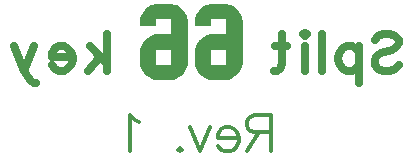
<source format=gbr>
G04 DipTrace 3.1.0.1*
G04 BottomSilk.gbr*
%MOMM*%
G04 #@! TF.FileFunction,Legend,Bot*
G04 #@! TF.Part,Single*
%ADD12C,0.076*%
%ADD25C,0.66667*%
%ADD27C,0.33333*%
%FSLAX35Y35*%
G04*
G71*
G90*
G75*
G01*
G04 BotSilk*
%LPD*%
X33249000Y3608600D2*
D12*
X33385800D1*
X33712600D2*
X33849400D1*
X33228898Y3601000D2*
X33407697D1*
X33692498D2*
X33871297D1*
X33211434Y3593400D2*
X33425992D1*
X33675034D2*
X33889592D1*
X33196922Y3585800D2*
X33440314D1*
X33660522D2*
X33903914D1*
X33184904Y3578200D2*
X33451459D1*
X33648504D2*
X33915059D1*
X33174941Y3570600D2*
X33460696D1*
X33638541D2*
X33924296D1*
X33166478Y3563000D2*
X33468982D1*
X33630078D2*
X33932582D1*
X33159365Y3555400D2*
X33476819D1*
X33622965D2*
X33940419D1*
X33153424Y3547800D2*
X33484251D1*
X33617024D2*
X33947851D1*
X33147969Y3540200D2*
X33490887D1*
X33611569D2*
X33954487D1*
X33142668Y3532600D2*
X33496382D1*
X33606268D2*
X33959982D1*
X33137881Y3525000D2*
X33500802D1*
X33601481D2*
X33964402D1*
X33133785Y3517400D2*
X33504259D1*
X33597385D2*
X33967859D1*
X33130461Y3509800D2*
X33507089D1*
X33594061D2*
X33970689D1*
X33127683Y3502200D2*
X33509827D1*
X33591283D2*
X33973427D1*
X33124963Y3494600D2*
X33512208D1*
X33588563D2*
X33975808D1*
X33122619Y3487000D2*
X33513962D1*
X33586219D2*
X33977562D1*
X33121134Y3479400D2*
X33249000D1*
X33385800D2*
X33515697D1*
X33584734D2*
X33712600D1*
X33849400D2*
X33979297D1*
X33120369Y3471800D2*
X33249000D1*
X33385800D2*
X33517861D1*
X33583969D2*
X33712600D1*
X33849400D2*
X33981461D1*
X33120024Y3464200D2*
X33249000D1*
X33385800D2*
X33519951D1*
X33583624D2*
X33712600D1*
X33849400D2*
X33983551D1*
X33119884Y3456600D2*
X33249000D1*
X33385800D2*
X33521330D1*
X33583484D2*
X33712600D1*
X33849400D2*
X33984930D1*
X33119830Y3449000D2*
X33249000D1*
X33385800D2*
X33522054D1*
X33583430D2*
X33712600D1*
X33849400D2*
X33985654D1*
X33119810Y3441400D2*
X33249000D1*
X33385800D2*
X33522383D1*
X33583410D2*
X33712600D1*
X33849400D2*
X33985983D1*
X33119803Y3433800D2*
X33249000D1*
X33385800D2*
X33522519D1*
X33583403D2*
X33712600D1*
X33849400D2*
X33986119D1*
X33119800Y3426200D2*
X33249000D1*
X33385800D2*
X33522571D1*
X33583400D2*
X33712600D1*
X33849400D2*
X33986171D1*
X33385800Y3418600D2*
X33522590D1*
X33849400D2*
X33986190D1*
X33385800Y3411000D2*
X33522597D1*
X33849400D2*
X33986197D1*
X33385800Y3403400D2*
X33522599D1*
X33849400D2*
X33986199D1*
X33385800Y3395800D2*
X33522600D1*
X33849400D2*
X33986200D1*
X33385800Y3388200D2*
X33522600D1*
X33849400D2*
X33986200D1*
X33385800Y3380600D2*
X33522600D1*
X33849400D2*
X33986200D1*
X33385800Y3373000D2*
X33522600D1*
X33849400D2*
X33986200D1*
X33385800Y3365400D2*
X33522600D1*
X33849400D2*
X33986200D1*
X33385800Y3357800D2*
X33522600D1*
X33849400D2*
X33986200D1*
X33249000Y3350200D2*
X33522600D1*
X33712600D2*
X33986200D1*
X33227988Y3342600D2*
X33522600D1*
X33691588D2*
X33986200D1*
X33210603Y3335000D2*
X33522600D1*
X33674203D2*
X33986200D1*
X33196427Y3327400D2*
X33522600D1*
X33660027D2*
X33986200D1*
X33184664Y3319800D2*
X33522600D1*
X33648264D2*
X33986200D1*
X33174838Y3312200D2*
X33522600D1*
X33638438D2*
X33986200D1*
X33166437Y3304600D2*
X33522600D1*
X33630037D2*
X33986200D1*
X33159350Y3297000D2*
X33522600D1*
X33622950D2*
X33986200D1*
X33153419Y3289400D2*
X33522600D1*
X33617019D2*
X33986200D1*
X33147967Y3281800D2*
X33522600D1*
X33611567D2*
X33986200D1*
X33142667Y3274200D2*
X33522600D1*
X33606267D2*
X33986200D1*
X33137881Y3266600D2*
X33522600D1*
X33601481D2*
X33986200D1*
X33133785Y3259000D2*
X33522600D1*
X33597385D2*
X33986200D1*
X33130461Y3251400D2*
X33522600D1*
X33594061D2*
X33986200D1*
X33127683Y3243800D2*
X33522600D1*
X33591283D2*
X33986200D1*
X33124963Y3236200D2*
X33522600D1*
X33588563D2*
X33986200D1*
X33122619Y3228600D2*
X33522600D1*
X33586219D2*
X33986200D1*
X33121134Y3221000D2*
X33249000D1*
X33385800D2*
X33522600D1*
X33584734D2*
X33712600D1*
X33849400D2*
X33986200D1*
X33120369Y3213400D2*
X33249000D1*
X33385800D2*
X33522600D1*
X33583969D2*
X33712600D1*
X33849400D2*
X33986200D1*
X33120024Y3205800D2*
X33249000D1*
X33385800D2*
X33522600D1*
X33583624D2*
X33712600D1*
X33849400D2*
X33986200D1*
X33119884Y3198200D2*
X33249000D1*
X33385800D2*
X33522600D1*
X33583484D2*
X33712600D1*
X33849400D2*
X33986200D1*
X33119830Y3190600D2*
X33249000D1*
X33385800D2*
X33522600D1*
X33583430D2*
X33712600D1*
X33849400D2*
X33986200D1*
X33119810Y3183000D2*
X33249000D1*
X33385800D2*
X33522600D1*
X33583410D2*
X33712600D1*
X33849400D2*
X33986200D1*
X33119803Y3175400D2*
X33249000D1*
X33385800D2*
X33522600D1*
X33583403D2*
X33712600D1*
X33849400D2*
X33986200D1*
X33119801Y3167800D2*
X33249000D1*
X33385800D2*
X33522600D1*
X33583401D2*
X33712600D1*
X33849400D2*
X33986200D1*
X33119800Y3160200D2*
X33249000D1*
X33385800D2*
X33522600D1*
X33583400D2*
X33712600D1*
X33849400D2*
X33986200D1*
X33119800Y3152600D2*
X33249000D1*
X33385800D2*
X33522600D1*
X33583400D2*
X33712600D1*
X33849400D2*
X33986200D1*
X33119800Y3145000D2*
X33249000D1*
X33385800D2*
X33522600D1*
X33583400D2*
X33712600D1*
X33849400D2*
X33986200D1*
X33119800Y3137400D2*
X33249000D1*
X33385800D2*
X33522600D1*
X33583400D2*
X33712600D1*
X33849400D2*
X33986200D1*
X33119800Y3129800D2*
X33249000D1*
X33385800D2*
X33522570D1*
X33583400D2*
X33712600D1*
X33849400D2*
X33986170D1*
X33119800Y3122200D2*
X33249000D1*
X33385800D2*
X33522303D1*
X33583400D2*
X33712600D1*
X33849400D2*
X33985903D1*
X33119830Y3114600D2*
X33249000D1*
X33385800D2*
X33521335D1*
X33583430D2*
X33712600D1*
X33849400D2*
X33984935D1*
X33120097Y3107000D2*
X33249000D1*
X33385800D2*
X33519514D1*
X33583697D2*
X33712600D1*
X33849400D2*
X33983114D1*
X33121065Y3099400D2*
X33249000D1*
X33385800D2*
X33517536D1*
X33584665D2*
X33712600D1*
X33849400D2*
X33981136D1*
X33122915Y3091800D2*
X33515943D1*
X33586515D2*
X33979543D1*
X33125131Y3084200D2*
X33514240D1*
X33588731D2*
X33977840D1*
X33127455Y3076600D2*
X33511831D1*
X33591055D2*
X33975431D1*
X33130247Y3069000D2*
X33508750D1*
X33593847D2*
X33972350D1*
X33133516Y3061400D2*
X33505257D1*
X33597116D2*
X33968857D1*
X33137092Y3053800D2*
X33501349D1*
X33600692D2*
X33964949D1*
X33141062Y3046200D2*
X33496876D1*
X33604662D2*
X33960476D1*
X33145814Y3038600D2*
X33491970D1*
X33609414D2*
X33955570D1*
X33151693Y3031000D2*
X33487026D1*
X33615293D2*
X33950626D1*
X33158429Y3023400D2*
X33481491D1*
X33622029D2*
X33945091D1*
X33165676Y3015800D2*
X33474403D1*
X33629276D2*
X33938003D1*
X33173418Y3008200D2*
X33465717D1*
X33637018D2*
X33929317D1*
X33182254Y3000600D2*
X33456185D1*
X33645854D2*
X33919785D1*
X33193207Y2993000D2*
X33445847D1*
X33656807D2*
X33909447D1*
X33207001Y2985400D2*
X33433362D1*
X33670601D2*
X33896962D1*
X33223497Y2977800D2*
X33417988D1*
X33687097D2*
X33881588D1*
X33241400Y2970200D2*
X33401000D1*
X33705000D2*
X33864600D1*
X33249000Y3608600D2*
X33228898Y3601000D1*
X33211434Y3593400D1*
X33196922Y3585800D1*
X33184904Y3578200D1*
X33174941Y3570600D1*
X33166478Y3563000D1*
X33159365Y3555400D1*
X33153424Y3547800D1*
X33147969Y3540200D1*
X33142668Y3532600D1*
X33137881Y3525000D1*
X33133785Y3517400D1*
X33130461Y3509800D1*
X33127683Y3502200D1*
X33124963Y3494600D1*
X33122619Y3487000D1*
X33121134Y3479400D1*
X33120369Y3471800D1*
X33120024Y3464200D1*
X33119884Y3456600D1*
X33119830Y3449000D1*
X33119810Y3441400D1*
X33119803Y3433800D1*
X33119800Y3426200D1*
X33385800Y3608600D2*
X33407697Y3601000D1*
X33425992Y3593400D1*
X33440314Y3585800D1*
X33451459Y3578200D1*
X33460696Y3570600D1*
X33468982Y3563000D1*
X33476819Y3555400D1*
X33484251Y3547800D1*
X33490887Y3540200D1*
X33496382Y3532600D1*
X33500802Y3525000D1*
X33504259Y3517400D1*
X33507089Y3509800D1*
X33509827Y3502200D1*
X33512208Y3494600D1*
X33513962Y3487000D1*
X33515697Y3479400D1*
X33517861Y3471800D1*
X33519951Y3464200D1*
X33521330Y3456600D1*
X33522054Y3449000D1*
X33522383Y3441400D1*
X33522519Y3433800D1*
X33522571Y3426200D1*
X33522590Y3418600D1*
X33522597Y3411000D1*
X33522599Y3403400D1*
X33522600Y3395800D1*
Y3388200D1*
Y3380600D1*
Y3373000D1*
Y3365400D1*
Y3357800D1*
Y3350200D1*
Y3342600D1*
Y3335000D1*
Y3327400D1*
Y3319800D1*
Y3312200D1*
Y3304600D1*
Y3297000D1*
Y3289400D1*
Y3281800D1*
Y3274200D1*
Y3266600D1*
Y3259000D1*
Y3251400D1*
Y3243800D1*
Y3236200D1*
Y3228600D1*
Y3221000D1*
Y3213400D1*
Y3205800D1*
Y3198200D1*
Y3190600D1*
Y3183000D1*
Y3175400D1*
Y3167800D1*
Y3160200D1*
Y3152600D1*
Y3145000D1*
Y3137400D1*
X33522570Y3129800D1*
X33522303Y3122200D1*
X33521335Y3114600D1*
X33519514Y3107000D1*
X33517536Y3099400D1*
X33515943Y3091800D1*
X33514240Y3084200D1*
X33511831Y3076600D1*
X33508750Y3069000D1*
X33505257Y3061400D1*
X33501349Y3053800D1*
X33496876Y3046200D1*
X33491970Y3038600D1*
X33487026Y3031000D1*
X33481491Y3023400D1*
X33474403Y3015800D1*
X33465717Y3008200D1*
X33456185Y3000600D1*
X33445847Y2993000D1*
X33433362Y2985400D1*
X33417988Y2977800D1*
X33401000Y2970200D1*
X33712600Y3608600D2*
X33692498Y3601000D1*
X33675034Y3593400D1*
X33660522Y3585800D1*
X33648504Y3578200D1*
X33638541Y3570600D1*
X33630078Y3563000D1*
X33622965Y3555400D1*
X33617024Y3547800D1*
X33611569Y3540200D1*
X33606268Y3532600D1*
X33601481Y3525000D1*
X33597385Y3517400D1*
X33594061Y3509800D1*
X33591283Y3502200D1*
X33588563Y3494600D1*
X33586219Y3487000D1*
X33584734Y3479400D1*
X33583969Y3471800D1*
X33583624Y3464200D1*
X33583484Y3456600D1*
X33583430Y3449000D1*
X33583410Y3441400D1*
X33583403Y3433800D1*
X33583400Y3426200D1*
X33849400Y3608600D2*
X33871297Y3601000D1*
X33889592Y3593400D1*
X33903914Y3585800D1*
X33915059Y3578200D1*
X33924296Y3570600D1*
X33932582Y3563000D1*
X33940419Y3555400D1*
X33947851Y3547800D1*
X33954487Y3540200D1*
X33959982Y3532600D1*
X33964402Y3525000D1*
X33967859Y3517400D1*
X33970689Y3509800D1*
X33973427Y3502200D1*
X33975808Y3494600D1*
X33977562Y3487000D1*
X33979297Y3479400D1*
X33981461Y3471800D1*
X33983551Y3464200D1*
X33984930Y3456600D1*
X33985654Y3449000D1*
X33985983Y3441400D1*
X33986119Y3433800D1*
X33986171Y3426200D1*
X33986190Y3418600D1*
X33986197Y3411000D1*
X33986199Y3403400D1*
X33986200Y3395800D1*
Y3388200D1*
Y3380600D1*
Y3373000D1*
Y3365400D1*
Y3357800D1*
Y3350200D1*
Y3342600D1*
Y3335000D1*
Y3327400D1*
Y3319800D1*
Y3312200D1*
Y3304600D1*
Y3297000D1*
Y3289400D1*
Y3281800D1*
Y3274200D1*
Y3266600D1*
Y3259000D1*
Y3251400D1*
Y3243800D1*
Y3236200D1*
Y3228600D1*
Y3221000D1*
Y3213400D1*
Y3205800D1*
Y3198200D1*
Y3190600D1*
Y3183000D1*
Y3175400D1*
Y3167800D1*
Y3160200D1*
Y3152600D1*
Y3145000D1*
Y3137400D1*
X33986170Y3129800D1*
X33985903Y3122200D1*
X33984935Y3114600D1*
X33983114Y3107000D1*
X33981136Y3099400D1*
X33979543Y3091800D1*
X33977840Y3084200D1*
X33975431Y3076600D1*
X33972350Y3069000D1*
X33968857Y3061400D1*
X33964949Y3053800D1*
X33960476Y3046200D1*
X33955570Y3038600D1*
X33950626Y3031000D1*
X33945091Y3023400D1*
X33938003Y3015800D1*
X33929317Y3008200D1*
X33919785Y3000600D1*
X33909447Y2993000D1*
X33896962Y2985400D1*
X33881588Y2977800D1*
X33864600Y2970200D1*
X33249000Y3487000D2*
Y3479400D1*
Y3471800D1*
Y3464200D1*
Y3456600D1*
Y3449000D1*
Y3441400D1*
Y3433800D1*
Y3426200D1*
X33385800Y3487000D2*
Y3479400D1*
Y3471800D1*
Y3464200D1*
Y3456600D1*
Y3449000D1*
Y3441400D1*
Y3433800D1*
Y3426200D1*
Y3418600D1*
Y3411000D1*
Y3403400D1*
Y3395800D1*
Y3388200D1*
Y3380600D1*
Y3373000D1*
Y3365400D1*
Y3357800D1*
Y3350200D1*
X33712600Y3487000D2*
Y3479400D1*
Y3471800D1*
Y3464200D1*
Y3456600D1*
Y3449000D1*
Y3441400D1*
Y3433800D1*
Y3426200D1*
X33849400Y3487000D2*
Y3479400D1*
Y3471800D1*
Y3464200D1*
Y3456600D1*
Y3449000D1*
Y3441400D1*
Y3433800D1*
Y3426200D1*
Y3418600D1*
Y3411000D1*
Y3403400D1*
Y3395800D1*
Y3388200D1*
Y3380600D1*
Y3373000D1*
Y3365400D1*
Y3357800D1*
Y3350200D1*
X33249000D2*
X33227988Y3342600D1*
X33210603Y3335000D1*
X33196427Y3327400D1*
X33184664Y3319800D1*
X33174838Y3312200D1*
X33166437Y3304600D1*
X33159350Y3297000D1*
X33153419Y3289400D1*
X33147967Y3281800D1*
X33142667Y3274200D1*
X33137881Y3266600D1*
X33133785Y3259000D1*
X33130461Y3251400D1*
X33127683Y3243800D1*
X33124963Y3236200D1*
X33122619Y3228600D1*
X33121134Y3221000D1*
X33120369Y3213400D1*
X33120024Y3205800D1*
X33119884Y3198200D1*
X33119830Y3190600D1*
X33119810Y3183000D1*
X33119803Y3175400D1*
X33119801Y3167800D1*
X33119800Y3160200D1*
Y3152600D1*
Y3145000D1*
Y3137400D1*
Y3129800D1*
Y3122200D1*
X33119830Y3114600D1*
X33120097Y3107000D1*
X33121065Y3099400D1*
X33122915Y3091800D1*
X33125131Y3084200D1*
X33127455Y3076600D1*
X33130247Y3069000D1*
X33133516Y3061400D1*
X33137092Y3053800D1*
X33141062Y3046200D1*
X33145814Y3038600D1*
X33151693Y3031000D1*
X33158429Y3023400D1*
X33165676Y3015800D1*
X33173418Y3008200D1*
X33182254Y3000600D1*
X33193207Y2993000D1*
X33207001Y2985400D1*
X33223497Y2977800D1*
X33241400Y2970200D1*
X33712600Y3350200D2*
X33691588Y3342600D1*
X33674203Y3335000D1*
X33660027Y3327400D1*
X33648264Y3319800D1*
X33638438Y3312200D1*
X33630037Y3304600D1*
X33622950Y3297000D1*
X33617019Y3289400D1*
X33611567Y3281800D1*
X33606267Y3274200D1*
X33601481Y3266600D1*
X33597385Y3259000D1*
X33594061Y3251400D1*
X33591283Y3243800D1*
X33588563Y3236200D1*
X33586219Y3228600D1*
X33584734Y3221000D1*
X33583969Y3213400D1*
X33583624Y3205800D1*
X33583484Y3198200D1*
X33583430Y3190600D1*
X33583410Y3183000D1*
X33583403Y3175400D1*
X33583401Y3167800D1*
X33583400Y3160200D1*
Y3152600D1*
Y3145000D1*
Y3137400D1*
Y3129800D1*
Y3122200D1*
X33583430Y3114600D1*
X33583697Y3107000D1*
X33584665Y3099400D1*
X33586515Y3091800D1*
X33588731Y3084200D1*
X33591055Y3076600D1*
X33593847Y3069000D1*
X33597116Y3061400D1*
X33600692Y3053800D1*
X33604662Y3046200D1*
X33609414Y3038600D1*
X33615293Y3031000D1*
X33622029Y3023400D1*
X33629276Y3015800D1*
X33637018Y3008200D1*
X33645854Y3000600D1*
X33656807Y2993000D1*
X33670601Y2985400D1*
X33687097Y2977800D1*
X33705000Y2970200D1*
X33249000Y3228600D2*
Y3221000D1*
Y3213400D1*
Y3205800D1*
Y3198200D1*
Y3190600D1*
Y3183000D1*
Y3175400D1*
Y3167800D1*
Y3160200D1*
Y3152600D1*
Y3145000D1*
Y3137400D1*
Y3129800D1*
Y3122200D1*
Y3114600D1*
Y3107000D1*
Y3099400D1*
Y3091800D1*
X33385800Y3228600D2*
Y3221000D1*
Y3213400D1*
Y3205800D1*
Y3198200D1*
Y3190600D1*
Y3183000D1*
Y3175400D1*
Y3167800D1*
Y3160200D1*
Y3152600D1*
Y3145000D1*
Y3137400D1*
Y3129800D1*
Y3122200D1*
Y3114600D1*
Y3107000D1*
Y3099400D1*
Y3091800D1*
X33712600Y3228600D2*
Y3221000D1*
Y3213400D1*
Y3205800D1*
Y3198200D1*
Y3190600D1*
Y3183000D1*
Y3175400D1*
Y3167800D1*
Y3160200D1*
Y3152600D1*
Y3145000D1*
Y3137400D1*
Y3129800D1*
Y3122200D1*
Y3114600D1*
Y3107000D1*
Y3099400D1*
Y3091800D1*
X33849400Y3228600D2*
Y3221000D1*
Y3213400D1*
Y3205800D1*
Y3198200D1*
Y3190600D1*
Y3183000D1*
Y3175400D1*
Y3167800D1*
Y3160200D1*
Y3152600D1*
Y3145000D1*
Y3137400D1*
Y3129800D1*
Y3122200D1*
Y3114600D1*
Y3107000D1*
Y3099400D1*
Y3091800D1*
X32843789Y3348303D2*
D25*
Y3042039D1*
X32697902Y3246215D2*
X32843789Y3100327D1*
X32785502Y3158615D2*
X32683414Y3042039D1*
X32550081Y3158615D2*
X32375218D1*
Y3187927D1*
X32389705Y3217239D1*
X32404193Y3231727D1*
X32433505Y3246215D1*
X32477305D1*
X32506281Y3231727D1*
X32535593Y3202415D1*
X32550081Y3158615D1*
Y3129639D1*
X32535593Y3085839D1*
X32506281Y3056864D1*
X32477305Y3042039D1*
X32433505D1*
X32404193Y3056864D1*
X32375218Y3085839D1*
X32227060Y3246215D2*
X32139797Y3042039D1*
X32168772Y2983752D1*
X32198084Y2954439D1*
X32227060Y2939952D1*
X32241884D1*
X32052197Y3246215D2*
X32139797Y3042039D1*
X35106618Y3304503D2*
X35135593Y3333815D1*
X35179393Y3348303D1*
X35237681D1*
X35281481Y3333815D1*
X35310793Y3304503D1*
Y3275527D1*
X35295968Y3246215D1*
X35281481Y3231727D1*
X35252505Y3217239D1*
X35164905Y3187927D1*
X35135593Y3173439D1*
X35121105Y3158615D1*
X35106618Y3129639D1*
Y3085839D1*
X35135593Y3056864D1*
X35179393Y3042039D1*
X35237681D1*
X35281481Y3056864D1*
X35310793Y3085839D1*
X34973284Y3246215D2*
Y2939952D1*
Y3202415D2*
X34943972Y3231390D1*
X34914997Y3246215D1*
X34871197D1*
X34841884Y3231390D1*
X34812909Y3202415D1*
X34798084Y3158615D1*
Y3129303D1*
X34812909Y3085839D1*
X34841884Y3056527D1*
X34871197Y3042039D1*
X34914997D1*
X34943972Y3056527D1*
X34973284Y3085839D1*
X34664751Y3348303D2*
Y3042039D1*
X34531418Y3348303D2*
X34516930Y3333815D1*
X34502105Y3348303D1*
X34516930Y3363127D1*
X34531418Y3348303D1*
X34516930Y3246215D2*
Y3042039D1*
X34324972Y3348303D2*
Y3100327D1*
X34310484Y3056864D1*
X34281172Y3042039D1*
X34252197D1*
X34368772Y3246215D2*
X34266684D1*
X34227343Y2519082D2*
D27*
X34096280D1*
X34052480Y2533906D1*
X34037656Y2548394D1*
X34023168Y2577369D1*
Y2606682D1*
X34037656Y2635657D1*
X34052480Y2650482D1*
X34096280Y2664969D1*
X34227343D1*
Y2358706D1*
X34125256Y2519082D2*
X34023168Y2358706D1*
X33956501Y2475282D2*
X33781638D1*
Y2504594D1*
X33796126Y2533906D1*
X33810614Y2548394D1*
X33839926Y2562882D1*
X33883726D1*
X33912701Y2548394D1*
X33942014Y2519082D1*
X33956501Y2475282D1*
Y2446306D1*
X33942014Y2402506D1*
X33912701Y2373531D1*
X33883726Y2358706D1*
X33839926D1*
X33810614Y2373531D1*
X33781638Y2402506D1*
X33714972Y2562882D2*
X33627372Y2358706D1*
X33540108Y2562882D1*
X33458954Y2388018D2*
X33473442Y2373194D1*
X33458954Y2358706D1*
X33444129Y2373194D1*
X33458954Y2388018D1*
X33108642Y2606345D2*
X33079330Y2621169D1*
X33035530Y2664632D1*
Y2358706D1*
M02*

</source>
